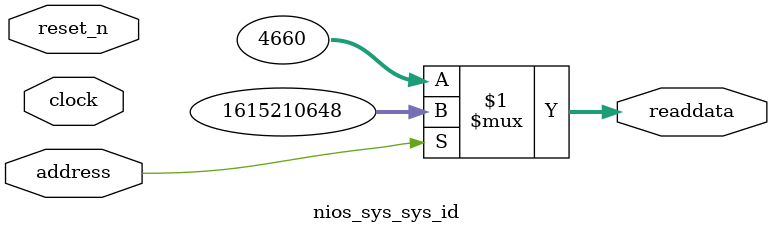
<source format=v>



// synthesis translate_off
`timescale 1ns / 1ps
// synthesis translate_on

// turn off superfluous verilog processor warnings 
// altera message_level Level1 
// altera message_off 10034 10035 10036 10037 10230 10240 10030 

module nios_sys_sys_id (
               // inputs:
                address,
                clock,
                reset_n,

               // outputs:
                readdata
             )
;

  output  [ 31: 0] readdata;
  input            address;
  input            clock;
  input            reset_n;

  wire    [ 31: 0] readdata;
  //control_slave, which is an e_avalon_slave
  assign readdata = address ? 1615210648 : 4660;

endmodule



</source>
